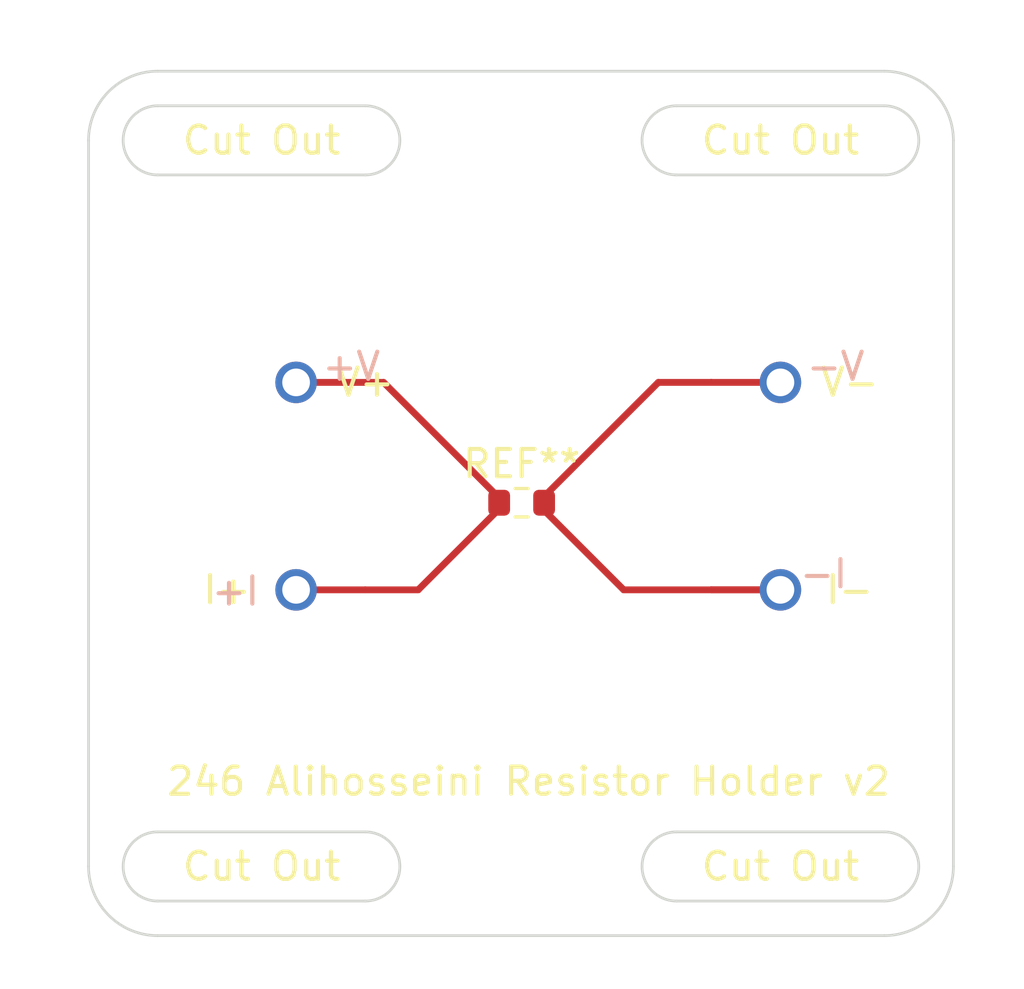
<source format=kicad_pcb>
(kicad_pcb (version 20221018) (generator pcbnew)
  (layers (0 "F.Cu" signal) (31 "B.Cu" signal) (34 "B.Paste" user) (35 "F.Paste" user) (36 "B.SilkS" user "B.Silkscreen") (37 "F.SilkS" user "F.Silkscreen") (38 "B.Mask" user) (39 "F.Mask" user) (44 "Edge.Cuts" user))
  (net 0 "")
  (net 1 "Net-(I+1-Pad1)")
  (net 2 "Net-(I-1-Pad1)")
  (footprint "_es_Mechanical:13.8 mil hole" (layer "F.Cu") (at 135.89 111.125)
    (fp_text reference "REF**" hide)
    (fp_text value "13.8 mil hole" hide)
    (pad "" np_thru_hole circle (at 0 0) (size 0.35052 0.35052) (drill 0.35052) (layers "F&B.Cu" "*.Mask"))
  )
  (footprint "_es_Mechanical:40mil PTH" (layer "F.Cu") (at 134.62 106.68)
    (fp_text reference "V+" (at 2.54 0 unlocked) (layer "F.SilkS"))
    (fp_text value "V+")
    (pad "1" thru_hole circle (at 0 0) (size 1.524 1.524) (drill 1.016) (layers "*.Cu" "*.Mask") (net 2 "Net-(I-1-Pad1)"))
  )
  (footprint "_es_Mechanical:40mil PTH" (layer "F.Cu") (at 152.4 114.3)
    (fp_text reference "I-" (at 2.54 0 unlocked) (layer "F.SilkS"))
    (fp_text value "I-")
    (pad "1" thru_hole circle (at 0 0) (size 1.524 1.524) (drill 1.016) (layers "*.Cu" "*.Mask") (net 2 "Net-(I-1-Pad1)"))
  )
  (footprint "_es_Mechanical:40mil PTH" (layer "F.Cu") (at 152.4 106.68)
    (fp_text reference "V-" (at 2.54 0 unlocked) (layer "F.SilkS"))
    (fp_text value "V-")
    (pad "1" thru_hole circle (at 0 0) (size 1.524 1.524) (drill 1.016) (layers "*.Cu" "*.Mask") (net 2 "Net-(I-1-Pad1)"))
  )
  (footprint "_es_Mechanical:10 mil hole" (layer "F.Cu") (at 144.145 104.14)
    (fp_text reference "REF**" hide)
    (fp_text value "10 mil hole" hide)
    (pad "" np_thru_hole circle (at 0 0) (size 0.254 0.254) (drill 0.254) (layers "*.Cu" "*.Mask"))
  )
  (footprint "_es_Mechanical:40mil PTH" (layer "F.Cu") (at 134.62 114.3)
    (fp_text reference "I+" (at -2.54 0 unlocked) (layer "F.SilkS"))
    (fp_text value "I+")
    (pad "1" thru_hole circle (at 0 0) (size 1.524 1.524) (drill 1.016) (layers "*.Cu" "*.Mask") (net 1 "Net-(I+1-Pad1)"))
  )
  (footprint "Resistor_SMD:R_0603_1608Metric" (layer "F.Cu") (at 142.9 111.1)
    (fp_text reference "REF**" (at 0 -1.43) (layer "F.SilkS"))
    (fp_text value "R_0603_1608Metric")
    (fp_line (start -0.237258 -0.5225) (end 0.237258 -0.5225) (stroke (width 0.12)) (layer "F.SilkS"))
    (fp_line (start -0.237258 0.5225) (end 0.237258 0.5225) (stroke (width 0.12)) (layer "F.SilkS"))
    (pad "1" smd roundrect (at -0.825 0) (size 0.8 0.95) (layers "F.Cu" "F.Paste" "F.Mask"))
    (pad "2" smd roundrect (at 0.825 0) (size 0.8 0.95) (layers "F.Cu" "F.Paste" "F.Mask"))
  )
  (footprint "_es_Mechanical:10 mil hole" (layer "F.Cu") (at 141.605 104.14)
    (fp_text reference "REF**" hide)
    (fp_text value "10 mil hole" hide)
    (pad "" np_thru_hole circle (at 0 0) (size 0.254 0.254) (drill 0.254) (layers "*.Cu" "*.Mask"))
  )
  (footprint "_es_Mechanical:13.8 mil hole" (layer "F.Cu") (at 149.86 111.125)
    (fp_text reference "REF**" hide)
    (fp_text value "13.8 mil hole" hide)
    (pad "" np_thru_hole circle (at 0 0) (size 0.35052 0.35052) (drill 0.35052) (layers "F&B.Cu" "*.Mask"))
  )
  (footprint "_es_Mechanical:10 mil hole" (layer "F.Cu") (at 144.145 118.11)
    (fp_text reference "REF**" hide)
    (fp_text value "10 mil hole" hide)
    (pad "" np_thru_hole circle (at 0 0) (size 0.254 0.254) (drill 0.254) (layers "*.Cu" "*.Mask"))
  )
  (footprint "_es_Mechanical:10 mil hole" (layer "F.Cu") (at 141.605 118.11)
    (fp_text reference "REF**" hide)
    (fp_text value "10 mil hole" hide)
    (pad "" np_thru_hole circle (at 0 0) (size 0.254 0.254) (drill 0.254) (layers "*.Cu" "*.Mask"))
  )
  (footprint "_es_Mechanical:10 mil hole" (layer "F.Cu") (at 142.875 104.14)
    (fp_text reference "REF**" hide)
    (fp_text value "10 mil hole" hide)
    (pad "" np_thru_hole circle (at 0 0) (size 0.254 0.254) (drill 0.254) (layers "*.Cu" "*.Mask"))
  )
  (footprint "_es_Mechanical:10 mil hole" (layer "F.Cu") (at 142.875 118.11)
    (fp_text reference "REF**" hide)
    (fp_text value "10 mil hole" hide)
    (pad "" np_thru_hole circle (at 0 0) (size 0.254 0.254) (drill 0.254) (layers "*.Cu" "*.Mask"))
  )
  (gr_line (start 156.21 95.25) (end 129.54 95.25) (stroke (width 0.1)) (layer "Edge.Cuts"))
  (gr_line (start 127 97.79) (end 127 124.46) (stroke (width 0.1)) (layer "Edge.Cuts"))
  (gr_arc (start 129.54 125.73) (mid 128.27 124.46) (end 129.54 123.19) (stroke (width 0.1)) (layer "Edge.Cuts"))
  (gr_line (start 129.54 96.52) (end 137.16 96.52) (stroke (width 0.1)) (layer "Edge.Cuts"))
  (gr_arc (start 129.54 99.06) (mid 128.27 97.79) (end 129.54 96.52) (stroke (width 0.1)) (layer "Edge.Cuts"))
  (gr_line (start 156.21 99.06) (end 148.59 99.06) (stroke (width 0.1)) (layer "Edge.Cuts"))
  (gr_arc (start 158.75 124.46) (mid 158.006051 126.256051) (end 156.21 127) (stroke (width 0.1)) (layer "Edge.Cuts"))
  (gr_line (start 148.59 123.19) (end 156.21 123.19) (stroke (width 0.1)) (layer "Edge.Cuts"))
  (gr_line (start 129.54 123.19) (end 137.16 123.19) (stroke (width 0.1)) (layer "Edge.Cuts"))
  (gr_line (start 158.75 124.46) (end 158.75 97.79) (stroke (width 0.1)) (layer "Edge.Cuts"))
  (gr_arc (start 148.59 99.06) (mid 147.32 97.79) (end 148.59 96.52) (stroke (width 0.1)) (layer "Edge.Cuts"))
  (gr_arc (start 156.21 96.52) (mid 157.48 97.79) (end 156.21 99.06) (stroke (width 0.1)) (layer "Edge.Cuts"))
  (gr_arc (start 127 97.79) (mid 127.743949 95.993949) (end 129.54 95.25) (stroke (width 0.1)) (layer "Edge.Cuts"))
  (gr_line (start 156.21 125.73) (end 148.59 125.73) (stroke (width 0.1)) (layer "Edge.Cuts"))
  (gr_arc (start 137.16 96.52) (mid 138.43 97.79) (end 137.16 99.06) (stroke (width 0.1)) (layer "Edge.Cuts"))
  (gr_arc (start 129.54 127) (mid 127.743949 126.256051) (end 127 124.46) (stroke (width 0.1)) (layer "Edge.Cuts"))
  (gr_arc (start 156.21 123.19) (mid 157.48 124.46) (end 156.21 125.73) (stroke (width 0.1)) (layer "Edge.Cuts"))
  (gr_arc (start 148.59 125.73) (mid 147.32 124.46) (end 148.59 123.19) (stroke (width 0.1)) (layer "Edge.Cuts"))
  (gr_line (start 137.16 125.73) (end 129.54 125.73) (stroke (width 0.1)) (layer "Edge.Cuts"))
  (gr_line (start 137.16 99.06) (end 129.54 99.06) (stroke (width 0.1)) (layer "Edge.Cuts"))
  (gr_arc (start 137.16 123.19) (mid 138.43 124.46) (end 137.16 125.73) (stroke (width 0.1)) (layer "Edge.Cuts"))
  (gr_line (start 148.59 96.52) (end 156.21 96.52) (stroke (width 0.1)) (layer "Edge.Cuts"))
  (gr_arc (start 156.21 95.25) (mid 158.006051 95.993949) (end 158.75 97.79) (stroke (width 0.1)) (layer "Edge.Cuts"))
  (gr_line (start 129.54 127) (end 156.21 127) (stroke (width 0.1)) (layer "Edge.Cuts"))
  (gr_text "I+" (at 133.35 114.935) (layer "B.SilkS") (effects (font (size 1 1)) (justify left bottom mirror)))
  (gr_text "V+\n" (at 137.795 106.68) (layer "B.SilkS") (effects (font (size 1 1)) (justify left bottom mirror)))
  (gr_text "V-" (at 155.575 106.68) (layer "B.SilkS") (effects (font (size 1 1)) (justify left bottom mirror)))
  (gr_text "I-" (at 154.94 114.3) (layer "B.SilkS") (effects (font (size 1 1)) (justify left bottom mirror)))
  (gr_text "246 Alihosseini Resistor Holder v2" (at 129.794 121.92) (layer "F.SilkS") (effects (font (size 1 1)) (justify left bottom)))
  (gr_text "Cut Out" (at 133.35 97.79) (layer "F.SilkS") (effects (font (size 1 1))))
  (gr_text "Cut Out" (at 152.4 97.79) (layer "F.SilkS") (effects (font (size 1 1))))
  (gr_text "Cut Out" (at 133.35 124.46) (layer "F.SilkS") (effects (font (size 1 1))))
  (gr_text "Cut Out" (at 152.4 124.46) (layer "F.SilkS") (effects (font (size 1 1))))
  (segment (start 137.8325 106.68) (end 134.62 106.68) (width 0.25) (layer "F.Cu") (net 1))
  (segment (start 142.24 111.0875) (end 142.2775 111.125) (width 0.25) (layer "F.Cu") (net 1))
  (segment (start 142.2775 111.125) (end 137.8325 106.68) (width 0.25) (layer "F.Cu") (net 1))
  (segment (start 137.16 114.3) (end 134.62 114.3) (width 0.25) (layer "F.Cu") (net 1))
  (segment (start 139.1025 114.3) (end 137.16 114.3) (width 0.25) (layer "F.Cu") (net 1))
  (segment (start 142.2775 111.125) (end 139.1025 114.3) (width 0.25) (layer "F.Cu") (net 1))
  (segment (start 149.86 106.68) (end 152.4 106.68) (width 0.25) (layer "F.Cu") (net 2))
  (segment (start 149.86 114.3) (end 152.4 114.3) (width 0.25) (layer "F.Cu") (net 2))
  (segment (start 149.86 114.3) (end 152.4 114.3) (width 0.25) (layer "F.Cu") (net 2))
  (segment (start 143.4725 111.125) (end 146.6475 114.3) (width 0.25) (layer "F.Cu") (net 2))
  (segment (start 147.9175 106.68) (end 149.86 106.68) (width 0.25) (layer "F.Cu") (net 2))
  (segment (start 146.6475 114.3) (end 149.86 114.3) (width 0.25) (layer "F.Cu") (net 2))
  (segment (start 147.9175 106.68) (end 143.4725 111.125) (width 0.25) (layer "F.Cu") (net 2))
)
</source>
